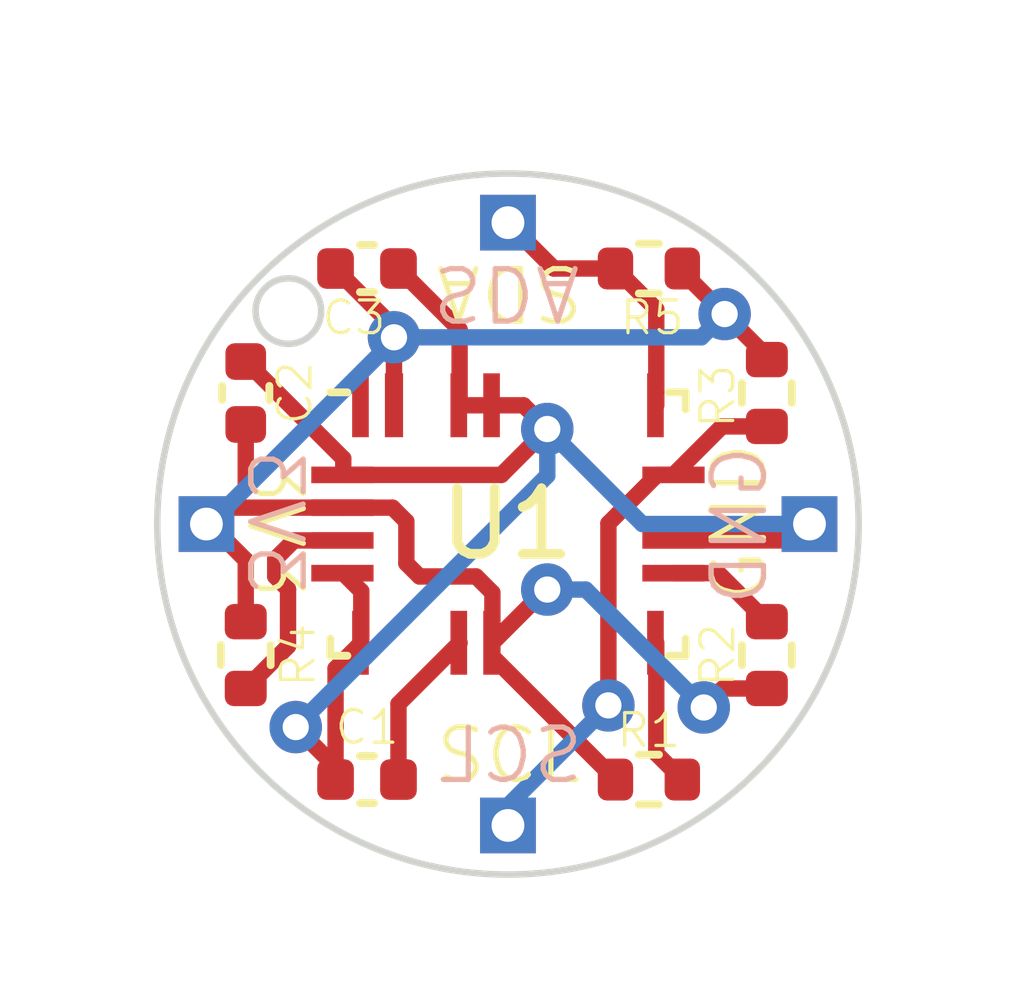
<source format=kicad_pcb>
(kicad_pcb (version 20221018) (generator pcbnew)
  (layers (0 "F.Cu" signal) (31 "B.Cu" signal) (34 "B.Paste" user) (35 "F.Paste" user) (36 "B.SilkS" user "B.Silkscreen") (37 "F.SilkS" user "F.Silkscreen") (38 "B.Mask" user) (39 "F.Mask" user) (44 "Edge.Cuts" user))
  (net 0 "")
  (net 1 "CLKSEL1")
  (net 2 "SCL")
  (net 3 "SDA")
  (net 4 "CLKSEL0")
  (net 5 "Net-(U1-CAP)")
  (net 6 "Net-(U1-ENV_SCL)")
  (net 7 "Net-(U1-ENV_SDA)")
  (net 9 "Net-(U1-BOOTN)")
  (footprint "Resistor_SMD:R_0402_1005Metric" (layer "F.Cu") (at 158.45 101.85)
    (fp_text reference "R1" (at 0 -0.75) (layer "F.SilkS") (effects (font (size 0.5 0.5) (thickness 0.05))))
    (fp_text value "2.2k")
    (fp_line (start -0.153641 -0.38) (end 0.153641 -0.38) (stroke (width 0.12)) (layer "F.SilkS"))
    (fp_line (start -0.153641 0.38) (end 0.153641 0.38) (stroke (width 0.12)) (layer "F.SilkS"))
    (pad "1" smd roundrect (at -0.51 0) (size 0.54 0.64) (layers "F.Cu" "F.Paste" "F.Mask") (net 4 "CLKSEL0"))
    (pad "2" smd roundrect (at 0.51 0) (size 0.54 0.64) (layers "F.Cu" "F.Paste" "F.Mask") (net 6 "Net-(U1-ENV_SCL)"))
  )
  (footprint "Package_LGA:LGA-28_5.2x3.8mm_P0.5mm" (layer "F.Cu") (at 156.3 97.95)
    (fp_text reference "U1" (at -0.0125 0) (layer "F.SilkS"))
    (fp_text value "~")
    (fp_line (start -2.71 -2.01) (end -2.45 -2.01) (stroke (width 0.12)) (layer "F.SilkS"))
    (fp_line (start -2.71 2.01) (end -2.71 1.75) (stroke (width 0.12)) (layer "F.SilkS"))
    (fp_line (start -2.71 2.01) (end -2.45 2.01) (stroke (width 0.12)) (layer "F.SilkS"))
    (fp_line (start 2.71 -2.01) (end 2.45 -2.01) (stroke (width 0.12)) (layer "F.SilkS"))
    (fp_line (start 2.71 -2.01) (end 2.71 -1.75) (stroke (width 0.12)) (layer "F.SilkS"))
    (fp_line (start 2.71 2.01) (end 2.45 2.01) (stroke (width 0.12)) (layer "F.SilkS"))
    (fp_line (start 2.71 2.01) (end 2.71 1.75) (stroke (width 0.12)) (layer "F.SilkS"))
    (pad "1" smd rect (at -2.25 -1.8125) (size 0.254 0.975) (layers "F.Cu" "F.Paste" "F.Mask"))
    (pad "2" smd rect (at -2.525 -0.75 90) (size 0.254 0.95) (layers "F.Cu" "F.Paste" "F.Mask") (net 1 "CLKSEL1"))
    (pad "3" smd rect (at -2.525 -0.25 90) (size 0.254 0.95) (layers "F.Cu" "F.Paste" "F.Mask") (net 4 "CLKSEL0"))
    (pad "4" smd rect (at -2.525 0.25 90) (size 0.254 0.95) (layers "F.Cu" "F.Paste" "F.Mask") (net 9 "Net-(U1-BOOTN)"))
    (pad "5" smd rect (at -2.525 0.75 90) (size 0.254 0.95) (layers "F.Cu" "F.Paste" "F.Mask") (net 1 "CLKSEL1"))
    (pad "6" smd rect (at -2.25 1.8125) (size 0.254 0.975) (layers "F.Cu" "F.Paste" "F.Mask") (net 1 "CLKSEL1"))
    (pad "9" smd rect (at -0.75 1.8125) (size 0.254 0.975) (layers "F.Cu" "F.Paste" "F.Mask") (net 5 "Net-(U1-CAP)"))
    (pad "10" smd rect (at -0.25 1.8125) (size 0.254 0.975) (layers "F.Cu" "F.Paste" "F.Mask") (net 4 "CLKSEL0"))
    (pad "15" smd rect (at 2.25 1.8125) (size 0.254 0.975) (layers "F.Cu" "F.Paste" "F.Mask") (net 6 "Net-(U1-ENV_SCL)"))
    (pad "16" smd rect (at 2.525 0.75 90) (size 0.254 0.95) (layers "F.Cu" "F.Paste" "F.Mask") (net 7 "Net-(U1-ENV_SDA)"))
    (pad "17" smd rect (at 2.525 0.25 90) (size 0.254 0.95) (layers "F.Cu" "F.Paste" "F.Mask") (net 1 "CLKSEL1"))
    (pad "19" smd rect (at 2.525 -0.75 90) (size 0.254 0.95) (layers "F.Cu" "F.Paste" "F.Mask") (net 2 "SCL"))
    (pad "20" smd rect (at 2.25 -1.8125) (size 0.254 0.975) (layers "F.Cu" "F.Paste" "F.Mask") (net 3 "SDA"))
    (pad "25" smd rect (at -0.25 -1.8125) (size 0.254 0.975) (layers "F.Cu" "F.Paste" "F.Mask") (net 1 "CLKSEL1"))
    (pad "26" smd rect (at -0.75 -1.8125) (size 0.254 0.975) (layers "F.Cu" "F.Paste" "F.Mask") (net 1 "CLKSEL1"))
    (pad "28" smd rect (at -1.7385 -1.8125) (size 0.277 0.975) (layers "F.Cu" "F.Paste" "F.Mask") (net 4 "CLKSEL0"))
  )
  (footprint "Connector_PinHeader_1.00mm:PinHeader_1x01_P1.00mm_Vertical" (layer "F.Cu") (at 160.9 97.95)
    (fp_text reference "J4" hide)
    (fp_text value "PIN_GND")
    (pad "1" thru_hole rect (at 0 0) (size 0.85 0.85) (drill 0.5) (layers "*.Cu" "*.Mask") (net 1 "CLKSEL1"))
  )
  (footprint "Capacitor_SMD:C_0402_1005Metric" (layer "F.Cu") (at 154.15 101.85)
    (fp_text reference "C1" (at 0 -0.8) (layer "F.SilkS") (effects (font (size 0.5 0.5) (thickness 0.05))))
    (fp_text value "100nF")
    (fp_line (start -0.107836 -0.36) (end 0.107836 -0.36) (stroke (width 0.12)) (layer "F.SilkS"))
    (fp_line (start -0.107836 0.36) (end 0.107836 0.36) (stroke (width 0.12)) (layer "F.SilkS"))
    (pad "1" smd roundrect (at -0.48 0) (size 0.56 0.62) (layers "F.Cu" "F.Paste" "F.Mask") (net 1 "CLKSEL1"))
    (pad "2" smd roundrect (at 0.48 0) (size 0.56 0.62) (layers "F.Cu" "F.Paste" "F.Mask") (net 5 "Net-(U1-CAP)"))
  )
  (footprint "Resistor_SMD:R_0402_1005Metric" (layer "F.Cu") (at 158.45 94.05 180)
    (fp_text reference "R5" (at -0.05 -0.75 180) (layer "F.SilkS") (effects (font (size 0.5 0.5) (thickness 0.05))))
    (fp_text value "2.2k")
    (fp_line (start -0.153641 -0.38) (end 0.153641 -0.38) (stroke (width 0.12)) (layer "F.SilkS"))
    (fp_line (start -0.153641 0.38) (end 0.153641 0.38) (stroke (width 0.12)) (layer "F.SilkS"))
    (pad "1" smd roundrect (at -0.51 0 180) (size 0.54 0.64) (layers "F.Cu" "F.Paste" "F.Mask") (net 4 "CLKSEL0"))
    (pad "2" smd roundrect (at 0.51 0 180) (size 0.54 0.64) (layers "F.Cu" "F.Paste" "F.Mask") (net 3 "SDA"))
  )
  (footprint "Connector_PinHeader_1.00mm:PinHeader_1x01_P1.00mm_Vertical" (layer "F.Cu") (at 156.3 102.55)
    (fp_text reference "J1" hide)
    (fp_text value "PIN_SCL")
    (pad "1" thru_hole rect (at 0 0) (size 0.85 0.85) (drill 0.5) (layers "*.Cu" "*.Mask") (net 2 "SCL"))
  )
  (footprint "Resistor_SMD:R_0402_1005Metric" (layer "F.Cu") (at 160.25 99.95 -90)
    (fp_text reference "R2" (at 0 0.75 90) (layer "F.SilkS") (effects (font (size 0.5 0.5) (thickness 0.05))))
    (fp_text value "2.2k")
    (fp_line (start -0.153641 -0.38) (end 0.153641 -0.38) (stroke (width 0.12)) (layer "F.SilkS"))
    (fp_line (start -0.153641 0.38) (end 0.153641 0.38) (stroke (width 0.12)) (layer "F.SilkS"))
    (pad "1" smd roundrect (at -0.51 0 270) (size 0.54 0.64) (layers "F.Cu" "F.Paste" "F.Mask") (net 7 "Net-(U1-ENV_SDA)"))
    (pad "2" smd roundrect (at 0.51 0 270) (size 0.54 0.64) (layers "F.Cu" "F.Paste" "F.Mask") (net 4 "CLKSEL0"))
  )
  (footprint "Connector_PinHeader_1.00mm:PinHeader_1x01_P1.00mm_Vertical" (layer "F.Cu") (at 156.3 93.35)
    (fp_text reference "J2" hide)
    (fp_text value "PIN_SDA")
    (pad "1" thru_hole rect (at 0 0) (size 0.85 0.85) (drill 0.5) (layers "*.Cu" "*.Mask") (net 3 "SDA"))
  )
  (footprint "Resistor_SMD:R_0402_1005Metric" (layer "F.Cu") (at 152.3 99.95 90)
    (fp_text reference "R4" (at 0 0.8 90) (layer "F.SilkS") (effects (font (size 0.5 0.5) (thickness 0.05))))
    (fp_text value "10k")
    (fp_line (start -0.153641 -0.38) (end 0.153641 -0.38) (stroke (width 0.12)) (layer "F.SilkS"))
    (fp_line (start -0.153641 0.38) (end 0.153641 0.38) (stroke (width 0.12)) (layer "F.SilkS"))
    (pad "1" smd roundrect (at -0.51 0 90) (size 0.54 0.64) (layers "F.Cu" "F.Paste" "F.Mask") (net 9 "Net-(U1-BOOTN)"))
    (pad "2" smd roundrect (at 0.51 0 90) (size 0.54 0.64) (layers "F.Cu" "F.Paste" "F.Mask") (net 4 "CLKSEL0"))
  )
  (footprint "Capacitor_SMD:C_0402_1005Metric" (layer "F.Cu") (at 154.15 94.05)
    (fp_text reference "C3" (at -0.2 0.75) (layer "F.SilkS") (effects (font (size 0.5 0.5) (thickness 0.05))))
    (fp_text value "100nF")
    (fp_line (start -0.107836 -0.36) (end 0.107836 -0.36) (stroke (width 0.12)) (layer "F.SilkS"))
    (fp_line (start -0.107836 0.36) (end 0.107836 0.36) (stroke (width 0.12)) (layer "F.SilkS"))
    (pad "1" smd roundrect (at -0.48 0) (size 0.56 0.62) (layers "F.Cu" "F.Paste" "F.Mask") (net 4 "CLKSEL0"))
    (pad "2" smd roundrect (at 0.48 0) (size 0.56 0.62) (layers "F.Cu" "F.Paste" "F.Mask") (net 1 "CLKSEL1"))
  )
  (footprint "Connector_PinHeader_1.00mm:PinHeader_1x01_P1.00mm_Vertical" (layer "F.Cu") (at 151.7 97.95)
    (fp_text reference "J3" hide)
    (fp_text value "PIN_3V3")
    (pad "1" thru_hole rect (at 0 0) (size 0.85 0.85) (drill 0.5) (layers "*.Cu" "*.Mask") (net 4 "CLKSEL0"))
  )
  (footprint "Capacitor_SMD:C_0402_1005Metric" (layer "F.Cu") (at 152.3 95.95 90)
    (fp_text reference "C2" (at 0 0.75 90) (layer "F.SilkS") (effects (font (size 0.5 0.5) (thickness 0.05))))
    (fp_text value "100nF")
    (fp_line (start -0.107836 -0.36) (end 0.107836 -0.36) (stroke (width 0.12)) (layer "F.SilkS"))
    (fp_line (start -0.107836 0.36) (end 0.107836 0.36) (stroke (width 0.12)) (layer "F.SilkS"))
    (pad "1" smd roundrect (at -0.48 0 90) (size 0.56 0.62) (layers "F.Cu" "F.Paste" "F.Mask") (net 4 "CLKSEL0"))
    (pad "2" smd roundrect (at 0.48 0 90) (size 0.56 0.62) (layers "F.Cu" "F.Paste" "F.Mask") (net 1 "CLKSEL1"))
  )
  (footprint "Resistor_SMD:R_0402_1005Metric" (layer "F.Cu") (at 160.25 95.95 90)
    (fp_text reference "R3" (at -0.05 -0.75 90) (layer "F.SilkS") (effects (font (size 0.5 0.5) (thickness 0.05))))
    (fp_text value "2.2k")
    (fp_line (start -0.153641 -0.38) (end 0.153641 -0.38) (stroke (width 0.12)) (layer "F.SilkS"))
    (fp_line (start -0.153641 0.38) (end 0.153641 0.38) (stroke (width 0.12)) (layer "F.SilkS"))
    (pad "1" smd roundrect (at -0.51 0 90) (size 0.54 0.64) (layers "F.Cu" "F.Paste" "F.Mask") (net 2 "SCL"))
    (pad "2" smd roundrect (at 0.51 0 90) (size 0.54 0.64) (layers "F.Cu" "F.Paste" "F.Mask") (net 4 "CLKSEL0"))
  )
  (gr_circle (center 152.95 94.7) (end 153.45 94.7) (stroke (width 0.1)) (fill none) (layer "Edge.Cuts"))
  (gr_circle (center 156.3 97.95) (end 161.65 97.95) (stroke (width 0.1)) (fill none) (layer "Edge.Cuts"))
  (gr_text "SCL" (at 157.5 101.95) (layer "B.SilkS") (effects (font (size 0.8 0.8) (thickness 0.08)) (justify left bottom mirror)))
  (gr_text "3V3" (at 152.273772 99.068922 -90) (layer "B.SilkS") (effects (font (size 0.8 0.8) (thickness 0.08)) (justify left bottom mirror)))
  (gr_text "SDA" (at 155.1 93.95 -180) (layer "B.SilkS") (effects (font (size 0.8 0.8) (thickness 0.08)) (justify left bottom mirror)))
  (gr_text "GND" (at 160.3 96.7 90) (layer "B.SilkS") (effects (font (size 0.8 0.8) (thickness 0.08)) (justify left bottom mirror)))
  (gr_text "3V3" (at 152.27629 96.820804 -90) (layer "F.SilkS") (effects (font (size 0.8 0.8) (thickness 0.08)) (justify left bottom)))
  (gr_text "GND" (at 160.3 99.2 90) (layer "F.SilkS") (effects (font (size 0.8 0.8) (thickness 0.08)) (justify left bottom)))
  (gr_text "SCL" (at 155.15 101.95) (layer "F.SilkS") (effects (font (size 0.8 0.8) (thickness 0.08)) (justify left bottom)))
  (gr_text "SDA" (at 157.5 93.95 180) (layer "F.SilkS") (effects (font (size 0.8 0.8) (thickness 0.08)) (justify left bottom)))
  (segment (start 155.5625 96.1375) (end 156.0625 96.1375) (width 0.25) (layer "F.Cu") (net 1))
  (segment (start 152.307609 95.47) (end 153.7875 96.949891) (width 0.25) (layer "F.Cu") (net 1))
  (segment (start 156.5375 96.1375) (end 156.9 96.5) (width 0.25) (layer "F.Cu") (net 1))
  (segment (start 153.67 100.155) (end 154.0625 99.7625) (width 0.25) (layer "F.Cu") (net 1))
  (segment (start 153.67 101.656681) (end 153.062357 101.049038) (width 0.25) (layer "F.Cu") (net 1))
  (segment (start 152.3 95.47) (end 152.307609 95.47) (width 0.25) (layer "F.Cu") (net 1))
  (segment (start 153.7875 97.2) (end 156.2 97.2) (width 0.25) (layer "F.Cu") (net 1))
  (segment (start 153.67 101.85) (end 153.67 100.155) (width 0.25) (layer "F.Cu") (net 1))
  (segment (start 156.2 97.2) (end 156.9 96.5) (width 0.25) (layer "F.Cu") (net 1))
  (segment (start 154.0625 98.975) (end 153.7875 98.7) (width 0.25) (layer "F.Cu") (net 1))
  (segment (start 156.0625 96.1375) (end 156.5375 96.1375) (width 0.25) (layer "F.Cu") (net 1))
  (segment (start 155.5625 94.9825) (end 154.63 94.05) (width 0.25) (layer "F.Cu") (net 1))
  (segment (start 155.5625 96.1375) (end 155.5625 94.9825) (width 0.25) (layer "F.Cu") (net 1))
  (segment (start 153.67 101.85) (end 153.67 101.656681) (width 0.25) (layer "F.Cu") (net 1))
  (segment (start 158.8375 98.2) (end 160.65 98.2) (width 0.25) (layer "F.Cu") (net 1))
  (segment (start 154.0625 99.7625) (end 154.0625 98.975) (width 0.25) (layer "F.Cu") (net 1))
  (segment (start 160.65 98.2) (end 160.9 97.95) (width 0.25) (layer "F.Cu") (net 1))
  (segment (start 153.7875 96.949891) (end 153.7875 97.2) (width 0.25) (layer "F.Cu") (net 1))
  (via (at 153.062357 101.049038) (size 0.8) (drill 0.4) (layers "F.Cu" "B.Cu") (net 1))
  (via (at 156.9 96.5) (size 0.8) (drill 0.4) (layers "F.Cu" "B.Cu") (net 1))
  (segment (start 156.9 96.5) (end 158.35 97.95) (width 0.25) (layer "B.Cu") (net 1))
  (segment (start 153.062357 101.049038) (end 156.9 97.211395) (width 0.25) (layer "B.Cu") (net 1))
  (segment (start 156.9 97.211395) (end 156.9 96.5) (width 0.25) (layer "B.Cu") (net 1))
  (segment (start 158.35 97.95) (end 160.9 97.95) (width 0.25) (layer "B.Cu") (net 1))
  (segment (start 158.573 97.2) (end 158.825 97.2) (width 0.25) (layer "F.Cu") (net 2))
  (segment (start 157.832299 100.717701) (end 157.832299 97.940701) (width 0.25) (layer "F.Cu") (net 2))
  (segment (start 157.832299 97.940701) (end 158.573 97.2) (width 0.25) (layer "F.Cu") (net 2))
  (segment (start 160.25 96.46) (end 159.565 96.46) (width 0.25) (layer "F.Cu") (net 2))
  (segment (start 159.565 96.46) (end 158.825 97.2) (width 0.25) (layer "F.Cu") (net 2))
  (via (at 157.832299 100.717701) (size 0.8) (drill 0.4) (layers "F.Cu" "B.Cu") (net 2))
  (segment (start 156.3 102.25) (end 156.3 102.55) (width 0.25) (layer "B.Cu") (net 2))
  (segment (start 157.832299 100.717701) (end 156.3 102.25) (width 0.25) (layer "B.Cu") (net 2))
  (segment (start 158.5625 94.6725) (end 157.94 94.05) (width 0.25) (layer "F.Cu") (net 3))
  (segment (start 157.94 94.05) (end 157 94.05) (width 0.25) (layer "F.Cu") (net 3))
  (segment (start 158.5625 96.1375) (end 158.5625 94.6725) (width 0.25) (layer "F.Cu") (net 3))
  (segment (start 157 94.05) (end 156.3 93.35) (width 0.25) (layer "F.Cu") (net 3))
  (segment (start 154.75 97.9105) (end 154.75 98.55) (width 0.25) (layer "F.Cu") (net 4))
  (segment (start 153.7875 97.7) (end 154.5395 97.7) (width 0.25) (layer "F.Cu") (net 4))
  (segment (start 158.96 94.1) (end 159.605 94.745) (width 0.25) (layer "F.Cu") (net 4))
  (segment (start 158.96 94.05) (end 158.96 94.1) (width 0.25) (layer "F.Cu") (net 4))
  (segment (start 160.25 100.46) (end 159.577 100.46) (width 0.25) (layer "F.Cu") (net 4))
  (segment (start 154.5615 94.949109) (end 153.67 94.057609) (width 0.25) (layer "F.Cu") (net 4))
  (segment (start 154.5615 96.1375) (end 154.5615 95.1) (width 0.25) (layer "F.Cu") (net 4))
  (segment (start 154.5615 95.1) (end 154.5615 94.949109) (width 0.25) (layer "F.Cu") (net 4))
  (segment (start 156.9 98.95) (end 156.875 98.95) (width 0.25) (layer "F.Cu") (net 4))
  (segment (start 159.577 100.46) (end 159.287 100.75) (width 0.25) (layer "F.Cu") (net 4))
  (segment (start 155.8145 98.75) (end 156.0625 98.998) (width 0.25) (layer "F.Cu") (net 4))
  (segment (start 153.67 94.057609) (end 153.67 94.05) (width 0.25) (layer "F.Cu") (net 4))
  (segment (start 152 97.7) (end 151.75 97.95) (width 0.25) (layer "F.Cu") (net 4))
  (segment (start 156.0625 98.998) (end 156.0625 99.7625) (width 0.25) (layer "F.Cu") (net 4))
  (segment (start 154.75 98.55) (end 154.95 98.75) (width 0.25) (layer "F.Cu") (net 4))
  (segment (start 156.0625 99.7625) (end 156.0625 99.9725) (width 0.25) (layer "F.Cu") (net 4))
  (segment (start 154.95 98.75) (end 155.8145 98.75) (width 0.25) (layer "F.Cu") (net 4))
  (segment (start 160.25 95.39) (end 159.605 94.745) (width 0.25) (layer "F.Cu") (net 4))
  (segment (start 152.3 98.5) (end 151.75 97.95) (width 0.25) (layer "F.Cu") (net 4))
  (segment (start 160.25 95.44) (end 160.25 95.39) (width 0.25) (layer "F.Cu") (net 4))
  (segment (start 153.7875 97.7) (end 152 97.7) (width 0.25) (layer "F.Cu") (net 4))
  (segment (start 152.3 99.44) (end 152.3 98.5) (width 0.25) (layer "F.Cu") (net 4))
  (segment (start 152.3 96.43) (end 152.3 97.4) (width 0.25) (layer "F.Cu") (net 4))
  (segment (start 156.875 98.95) (end 156.0625 99.7625) (width 0.25) (layer "F.Cu") (net 4))
  (segment (start 154.5395 97.7) (end 154.75 97.9105) (width 0.25) (layer "F.Cu") (net 4))
  (segment (start 156.0625 99.9725) (end 157.94 101.85) (width 0.25) (layer "F.Cu") (net 4))
  (segment (start 152.3 97.4) (end 151.75 97.95) (width 0.25) (layer "F.Cu") (net 4))
  (via (at 154.5615 95.1) (size 0.8) (drill 0.4) (layers "F.Cu" "B.Cu") (net 4))
  (via (at 156.9 98.95) (size 0.8) (drill 0.4) (layers "F.Cu" "B.Cu") (net 4))
  (via (at 159.287 100.75) (size 0.8) (drill 0.4) (layers "F.Cu" "B.Cu") (net 4))
  (via (at 159.605 94.745) (size 0.8) (drill 0.4) (layers "F.Cu" "B.Cu") (net 4))
  (segment (start 157.487 98.95) (end 156.9 98.95) (width 0.25) (layer "B.Cu") (net 4))
  (segment (start 151.75 97.95) (end 154.5615 95.1385) (width 0.25) (layer "B.Cu") (net 4))
  (segment (start 159.25 95.1) (end 159.605 94.745) (width 0.25) (layer "B.Cu") (net 4))
  (segment (start 154.5615 95.1385) (end 154.5615 95.1) (width 0.25) (layer "B.Cu") (net 4))
  (segment (start 154.5615 95.1) (end 159.25 95.1) (width 0.25) (layer "B.Cu") (net 4))
  (segment (start 159.287 100.75) (end 157.487 98.95) (width 0.25) (layer "B.Cu") (net 4))
  (segment (start 154.63 100.695) (end 155.5625 99.7625) (width 0.25) (layer "F.Cu") (net 5))
  (segment (start 154.63 101.85) (end 154.63 100.695) (width 0.25) (layer "F.Cu") (net 5))
  (segment (start 158.5625 99.7625) (end 158.5625 101.4525) (width 0.25) (layer "F.Cu") (net 6))
  (segment (start 158.5625 101.4525) (end 158.96 101.85) (width 0.25) (layer "F.Cu") (net 6))
  (segment (start 159.51 98.7) (end 160.25 99.44) (width 0.25) (layer "F.Cu") (net 7))
  (segment (start 158.8375 98.7) (end 159.51 98.7) (width 0.25) (layer "F.Cu") (net 7))
  (segment (start 152.75 98.75) (end 152.945 98.945) (width 0.25) (layer "F.Cu") (net 9))
  (segment (start 153.7875 98.2) (end 153.0355 98.2) (width 0.25) (layer "F.Cu") (net 9))
  (segment (start 153.0355 98.2) (end 152.75 98.4855) (width 0.25) (layer "F.Cu") (net 9))
  (segment (start 152.945 98.945) (end 152.945 99.815) (width 0.25) (layer "F.Cu") (net 9))
  (segment (start 152.945 99.815) (end 152.3 100.46) (width 0.25) (layer "F.Cu") (net 9))
  (segment (start 152.75 98.4855) (end 152.75 98.75) (width 0.25) (layer "F.Cu") (net 9))
)
</source>
